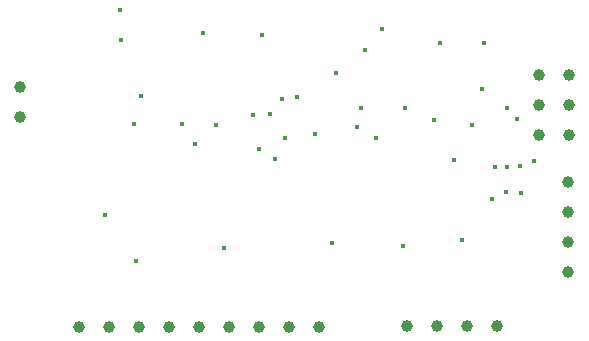
<source format=gbr>
%TF.GenerationSoftware,KiCad,Pcbnew,(6.0.1-0)*%
%TF.CreationDate,2022-02-08T18:29:04-07:00*%
%TF.ProjectId,MCU Datalogger,4d435520-4461-4746-916c-6f676765722e,1*%
%TF.SameCoordinates,Original*%
%TF.FileFunction,Plated,1,2,PTH,Drill*%
%TF.FilePolarity,Positive*%
%FSLAX46Y46*%
G04 Gerber Fmt 4.6, Leading zero omitted, Abs format (unit mm)*
G04 Created by KiCad (PCBNEW (6.0.1-0)) date 2022-02-08 18:29:04*
%MOMM*%
%LPD*%
G01*
G04 APERTURE LIST*
%TA.AperFunction,ViaDrill*%
%ADD10C,0.400000*%
%TD*%
%TA.AperFunction,ComponentDrill*%
%ADD11C,1.000000*%
%TD*%
G04 APERTURE END LIST*
D10*
X87198200Y-94818200D03*
X88442800Y-77470000D03*
X88544400Y-79959200D03*
X89687400Y-87122000D03*
X89814400Y-98704400D03*
X90297000Y-84683600D03*
X93751400Y-87045800D03*
X94852919Y-88756919D03*
X95504000Y-79400400D03*
X96600030Y-87151230D03*
X97282000Y-97612200D03*
X99713700Y-86315601D03*
X100279200Y-89204800D03*
X100482400Y-79578200D03*
X101219000Y-86233000D03*
X101600000Y-90017600D03*
X102209600Y-84937600D03*
X102489000Y-88239600D03*
X103505000Y-84836000D03*
X105003600Y-87960200D03*
X106400600Y-97129600D03*
X106756200Y-82766500D03*
X108585000Y-87299800D03*
X108889800Y-85699600D03*
X109245400Y-80822800D03*
X110159800Y-88290400D03*
X110642400Y-79019400D03*
X112471200Y-97409000D03*
X112598200Y-85699600D03*
X115036600Y-86766400D03*
X115544600Y-80264000D03*
X116789200Y-90093800D03*
X117424200Y-96901000D03*
X118316990Y-87197710D03*
X119100600Y-84099400D03*
X119278400Y-80187800D03*
X119964200Y-93421200D03*
X120192800Y-90754200D03*
X121132600Y-92824900D03*
X121234200Y-85699600D03*
X121249315Y-90722283D03*
X122098789Y-86690200D03*
X122341245Y-90654951D03*
X122428000Y-92924900D03*
X123570989Y-90195400D03*
D11*
%TO.C,BT1*%
X80010000Y-83942000D03*
X80010000Y-86482000D03*
%TO.C,J1*%
X85013800Y-104267000D03*
X87553800Y-104267000D03*
X90093800Y-104267000D03*
X92633800Y-104267000D03*
X95173800Y-104267000D03*
X97713800Y-104267000D03*
X100253800Y-104267000D03*
X102793800Y-104267000D03*
X105333800Y-104267000D03*
%TO.C,J4*%
X112786000Y-104216200D03*
X115326000Y-104216200D03*
X117866000Y-104216200D03*
X120406000Y-104216200D03*
%TO.C,J3*%
X123997800Y-82946000D03*
X123997800Y-85486000D03*
X123997800Y-88026000D03*
%TO.C,J2*%
X126415800Y-91973400D03*
X126415800Y-94513400D03*
X126415800Y-97053400D03*
X126415800Y-99593400D03*
%TO.C,J3*%
X126537800Y-82946000D03*
X126537800Y-85486000D03*
X126537800Y-88026000D03*
M02*

</source>
